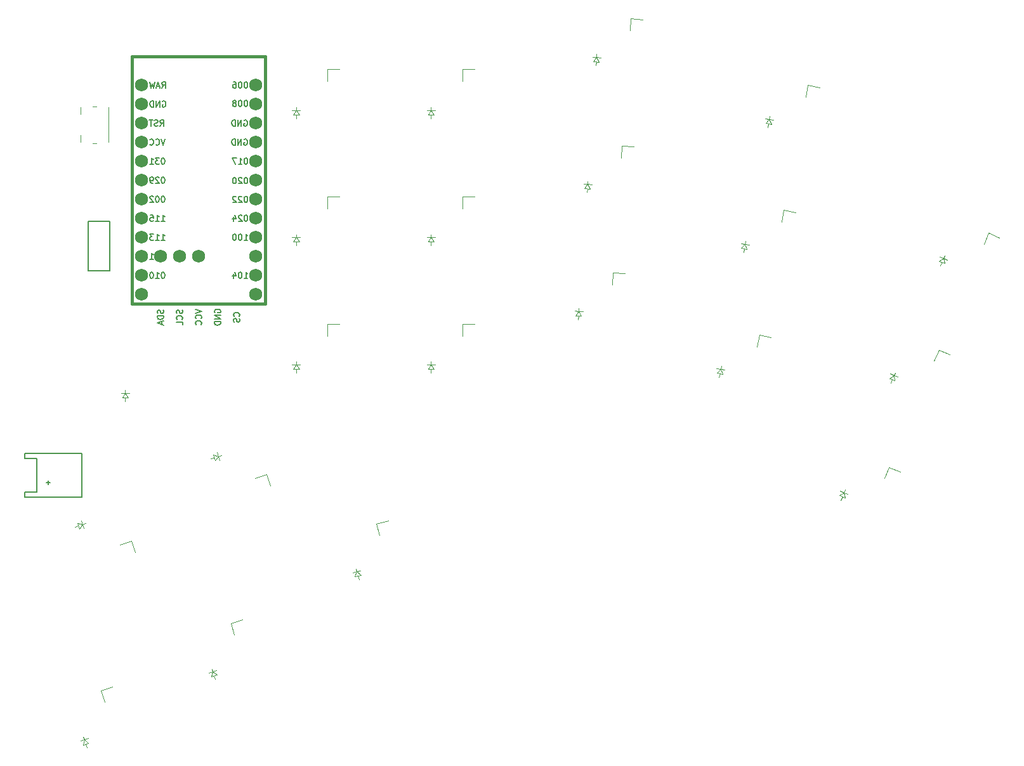
<source format=gbr>
%TF.GenerationSoftware,KiCad,Pcbnew,9.0.5*%
%TF.CreationDate,2025-11-08T17:14:02+10:00*%
%TF.ProjectId,badWingsRight,62616457-696e-4677-9352-696768742e6b,v1.0.0*%
%TF.SameCoordinates,Original*%
%TF.FileFunction,Legend,Bot*%
%TF.FilePolarity,Positive*%
%FSLAX46Y46*%
G04 Gerber Fmt 4.6, Leading zero omitted, Abs format (unit mm)*
G04 Created by KiCad (PCBNEW 9.0.5) date 2025-11-08 17:14:02*
%MOMM*%
%LPD*%
G01*
G04 APERTURE LIST*
%ADD10C,0.150000*%
%ADD11C,0.120000*%
%ADD12C,0.100000*%
%ADD13C,0.381000*%
%ADD14C,1.752600*%
G04 APERTURE END LIST*
D10*
X240248065Y-155638191D02*
X240209970Y-155562001D01*
X240209970Y-155562001D02*
X240209970Y-155447715D01*
X240209970Y-155447715D02*
X240248065Y-155333429D01*
X240248065Y-155333429D02*
X240324255Y-155257239D01*
X240324255Y-155257239D02*
X240400446Y-155219144D01*
X240400446Y-155219144D02*
X240552827Y-155181048D01*
X240552827Y-155181048D02*
X240667113Y-155181048D01*
X240667113Y-155181048D02*
X240819494Y-155219144D01*
X240819494Y-155219144D02*
X240895684Y-155257239D01*
X240895684Y-155257239D02*
X240971875Y-155333429D01*
X240971875Y-155333429D02*
X241009970Y-155447715D01*
X241009970Y-155447715D02*
X241009970Y-155523906D01*
X241009970Y-155523906D02*
X240971875Y-155638191D01*
X240971875Y-155638191D02*
X240933779Y-155676287D01*
X240933779Y-155676287D02*
X240667113Y-155676287D01*
X240667113Y-155676287D02*
X240667113Y-155523906D01*
X241009970Y-156019144D02*
X240209970Y-156019144D01*
X240209970Y-156019144D02*
X241009970Y-156476287D01*
X241009970Y-156476287D02*
X240209970Y-156476287D01*
X241009970Y-156857239D02*
X240209970Y-156857239D01*
X240209970Y-156857239D02*
X240209970Y-157047715D01*
X240209970Y-157047715D02*
X240248065Y-157162001D01*
X240248065Y-157162001D02*
X240324255Y-157238191D01*
X240324255Y-157238191D02*
X240400446Y-157276286D01*
X240400446Y-157276286D02*
X240552827Y-157314382D01*
X240552827Y-157314382D02*
X240667113Y-157314382D01*
X240667113Y-157314382D02*
X240819494Y-157276286D01*
X240819494Y-157276286D02*
X240895684Y-157238191D01*
X240895684Y-157238191D02*
X240971875Y-157162001D01*
X240971875Y-157162001D02*
X241009970Y-157047715D01*
X241009970Y-157047715D02*
X241009970Y-156857239D01*
X243473779Y-156114382D02*
X243511875Y-156076286D01*
X243511875Y-156076286D02*
X243549970Y-155962001D01*
X243549970Y-155962001D02*
X243549970Y-155885810D01*
X243549970Y-155885810D02*
X243511875Y-155771524D01*
X243511875Y-155771524D02*
X243435684Y-155695334D01*
X243435684Y-155695334D02*
X243359494Y-155657239D01*
X243359494Y-155657239D02*
X243207113Y-155619143D01*
X243207113Y-155619143D02*
X243092827Y-155619143D01*
X243092827Y-155619143D02*
X242940446Y-155657239D01*
X242940446Y-155657239D02*
X242864255Y-155695334D01*
X242864255Y-155695334D02*
X242788065Y-155771524D01*
X242788065Y-155771524D02*
X242749970Y-155885810D01*
X242749970Y-155885810D02*
X242749970Y-155962001D01*
X242749970Y-155962001D02*
X242788065Y-156076286D01*
X242788065Y-156076286D02*
X242826160Y-156114382D01*
X243511875Y-156419143D02*
X243549970Y-156533429D01*
X243549970Y-156533429D02*
X243549970Y-156723905D01*
X243549970Y-156723905D02*
X243511875Y-156800096D01*
X243511875Y-156800096D02*
X243473779Y-156838191D01*
X243473779Y-156838191D02*
X243397589Y-156876286D01*
X243397589Y-156876286D02*
X243321398Y-156876286D01*
X243321398Y-156876286D02*
X243245208Y-156838191D01*
X243245208Y-156838191D02*
X243207113Y-156800096D01*
X243207113Y-156800096D02*
X243169017Y-156723905D01*
X243169017Y-156723905D02*
X243130922Y-156571524D01*
X243130922Y-156571524D02*
X243092827Y-156495334D01*
X243092827Y-156495334D02*
X243054732Y-156457239D01*
X243054732Y-156457239D02*
X242978541Y-156419143D01*
X242978541Y-156419143D02*
X242902351Y-156419143D01*
X242902351Y-156419143D02*
X242826160Y-156457239D01*
X242826160Y-156457239D02*
X242788065Y-156495334D01*
X242788065Y-156495334D02*
X242749970Y-156571524D01*
X242749970Y-156571524D02*
X242749970Y-156762001D01*
X242749970Y-156762001D02*
X242788065Y-156876286D01*
X237669970Y-155181048D02*
X238469970Y-155447715D01*
X238469970Y-155447715D02*
X237669970Y-155714381D01*
X238393779Y-156438191D02*
X238431875Y-156400095D01*
X238431875Y-156400095D02*
X238469970Y-156285810D01*
X238469970Y-156285810D02*
X238469970Y-156209619D01*
X238469970Y-156209619D02*
X238431875Y-156095333D01*
X238431875Y-156095333D02*
X238355684Y-156019143D01*
X238355684Y-156019143D02*
X238279494Y-155981048D01*
X238279494Y-155981048D02*
X238127113Y-155942952D01*
X238127113Y-155942952D02*
X238012827Y-155942952D01*
X238012827Y-155942952D02*
X237860446Y-155981048D01*
X237860446Y-155981048D02*
X237784255Y-156019143D01*
X237784255Y-156019143D02*
X237708065Y-156095333D01*
X237708065Y-156095333D02*
X237669970Y-156209619D01*
X237669970Y-156209619D02*
X237669970Y-156285810D01*
X237669970Y-156285810D02*
X237708065Y-156400095D01*
X237708065Y-156400095D02*
X237746160Y-156438191D01*
X238393779Y-157238191D02*
X238431875Y-157200095D01*
X238431875Y-157200095D02*
X238469970Y-157085810D01*
X238469970Y-157085810D02*
X238469970Y-157009619D01*
X238469970Y-157009619D02*
X238431875Y-156895333D01*
X238431875Y-156895333D02*
X238355684Y-156819143D01*
X238355684Y-156819143D02*
X238279494Y-156781048D01*
X238279494Y-156781048D02*
X238127113Y-156742952D01*
X238127113Y-156742952D02*
X238012827Y-156742952D01*
X238012827Y-156742952D02*
X237860446Y-156781048D01*
X237860446Y-156781048D02*
X237784255Y-156819143D01*
X237784255Y-156819143D02*
X237708065Y-156895333D01*
X237708065Y-156895333D02*
X237669970Y-157009619D01*
X237669970Y-157009619D02*
X237669970Y-157085810D01*
X237669970Y-157085810D02*
X237708065Y-157200095D01*
X237708065Y-157200095D02*
X237746160Y-157238191D01*
X233351872Y-155276286D02*
X233389967Y-155390572D01*
X233389967Y-155390572D02*
X233389967Y-155581048D01*
X233389967Y-155581048D02*
X233351872Y-155657239D01*
X233351872Y-155657239D02*
X233313776Y-155695334D01*
X233313776Y-155695334D02*
X233237586Y-155733429D01*
X233237586Y-155733429D02*
X233161395Y-155733429D01*
X233161395Y-155733429D02*
X233085205Y-155695334D01*
X233085205Y-155695334D02*
X233047110Y-155657239D01*
X233047110Y-155657239D02*
X233009014Y-155581048D01*
X233009014Y-155581048D02*
X232970919Y-155428667D01*
X232970919Y-155428667D02*
X232932824Y-155352477D01*
X232932824Y-155352477D02*
X232894729Y-155314382D01*
X232894729Y-155314382D02*
X232818538Y-155276286D01*
X232818538Y-155276286D02*
X232742348Y-155276286D01*
X232742348Y-155276286D02*
X232666157Y-155314382D01*
X232666157Y-155314382D02*
X232628062Y-155352477D01*
X232628062Y-155352477D02*
X232589967Y-155428667D01*
X232589967Y-155428667D02*
X232589967Y-155619144D01*
X232589967Y-155619144D02*
X232628062Y-155733429D01*
X233389967Y-156076287D02*
X232589967Y-156076287D01*
X232589967Y-156076287D02*
X232589967Y-156266763D01*
X232589967Y-156266763D02*
X232628062Y-156381049D01*
X232628062Y-156381049D02*
X232704252Y-156457239D01*
X232704252Y-156457239D02*
X232780443Y-156495334D01*
X232780443Y-156495334D02*
X232932824Y-156533430D01*
X232932824Y-156533430D02*
X233047110Y-156533430D01*
X233047110Y-156533430D02*
X233199491Y-156495334D01*
X233199491Y-156495334D02*
X233275681Y-156457239D01*
X233275681Y-156457239D02*
X233351872Y-156381049D01*
X233351872Y-156381049D02*
X233389967Y-156266763D01*
X233389967Y-156266763D02*
X233389967Y-156076287D01*
X233161395Y-156838191D02*
X233161395Y-157219144D01*
X233389967Y-156762001D02*
X232589967Y-157028668D01*
X232589967Y-157028668D02*
X233389967Y-157295334D01*
X235891875Y-155295333D02*
X235929970Y-155409619D01*
X235929970Y-155409619D02*
X235929970Y-155600095D01*
X235929970Y-155600095D02*
X235891875Y-155676286D01*
X235891875Y-155676286D02*
X235853779Y-155714381D01*
X235853779Y-155714381D02*
X235777589Y-155752476D01*
X235777589Y-155752476D02*
X235701398Y-155752476D01*
X235701398Y-155752476D02*
X235625208Y-155714381D01*
X235625208Y-155714381D02*
X235587113Y-155676286D01*
X235587113Y-155676286D02*
X235549017Y-155600095D01*
X235549017Y-155600095D02*
X235510922Y-155447714D01*
X235510922Y-155447714D02*
X235472827Y-155371524D01*
X235472827Y-155371524D02*
X235434732Y-155333429D01*
X235434732Y-155333429D02*
X235358541Y-155295333D01*
X235358541Y-155295333D02*
X235282351Y-155295333D01*
X235282351Y-155295333D02*
X235206160Y-155333429D01*
X235206160Y-155333429D02*
X235168065Y-155371524D01*
X235168065Y-155371524D02*
X235129970Y-155447714D01*
X235129970Y-155447714D02*
X235129970Y-155638191D01*
X235129970Y-155638191D02*
X235168065Y-155752476D01*
X235853779Y-156552477D02*
X235891875Y-156514381D01*
X235891875Y-156514381D02*
X235929970Y-156400096D01*
X235929970Y-156400096D02*
X235929970Y-156323905D01*
X235929970Y-156323905D02*
X235891875Y-156209619D01*
X235891875Y-156209619D02*
X235815684Y-156133429D01*
X235815684Y-156133429D02*
X235739494Y-156095334D01*
X235739494Y-156095334D02*
X235587113Y-156057238D01*
X235587113Y-156057238D02*
X235472827Y-156057238D01*
X235472827Y-156057238D02*
X235320446Y-156095334D01*
X235320446Y-156095334D02*
X235244255Y-156133429D01*
X235244255Y-156133429D02*
X235168065Y-156209619D01*
X235168065Y-156209619D02*
X235129970Y-156323905D01*
X235129970Y-156323905D02*
X235129970Y-156400096D01*
X235129970Y-156400096D02*
X235168065Y-156514381D01*
X235168065Y-156514381D02*
X235206160Y-156552477D01*
X235929970Y-157276286D02*
X235929970Y-156895334D01*
X235929970Y-156895334D02*
X235129970Y-156895334D01*
X244444864Y-124840010D02*
X244368674Y-124840010D01*
X244368674Y-124840010D02*
X244292483Y-124878105D01*
X244292483Y-124878105D02*
X244254388Y-124916200D01*
X244254388Y-124916200D02*
X244216293Y-124992391D01*
X244216293Y-124992391D02*
X244178198Y-125144772D01*
X244178198Y-125144772D02*
X244178198Y-125335248D01*
X244178198Y-125335248D02*
X244216293Y-125487629D01*
X244216293Y-125487629D02*
X244254388Y-125563819D01*
X244254388Y-125563819D02*
X244292483Y-125601915D01*
X244292483Y-125601915D02*
X244368674Y-125640010D01*
X244368674Y-125640010D02*
X244444864Y-125640010D01*
X244444864Y-125640010D02*
X244521055Y-125601915D01*
X244521055Y-125601915D02*
X244559150Y-125563819D01*
X244559150Y-125563819D02*
X244597245Y-125487629D01*
X244597245Y-125487629D02*
X244635341Y-125335248D01*
X244635341Y-125335248D02*
X244635341Y-125144772D01*
X244635341Y-125144772D02*
X244597245Y-124992391D01*
X244597245Y-124992391D02*
X244559150Y-124916200D01*
X244559150Y-124916200D02*
X244521055Y-124878105D01*
X244521055Y-124878105D02*
X244444864Y-124840010D01*
X243682959Y-124840010D02*
X243606769Y-124840010D01*
X243606769Y-124840010D02*
X243530578Y-124878105D01*
X243530578Y-124878105D02*
X243492483Y-124916200D01*
X243492483Y-124916200D02*
X243454388Y-124992391D01*
X243454388Y-124992391D02*
X243416293Y-125144772D01*
X243416293Y-125144772D02*
X243416293Y-125335248D01*
X243416293Y-125335248D02*
X243454388Y-125487629D01*
X243454388Y-125487629D02*
X243492483Y-125563819D01*
X243492483Y-125563819D02*
X243530578Y-125601915D01*
X243530578Y-125601915D02*
X243606769Y-125640010D01*
X243606769Y-125640010D02*
X243682959Y-125640010D01*
X243682959Y-125640010D02*
X243759150Y-125601915D01*
X243759150Y-125601915D02*
X243797245Y-125563819D01*
X243797245Y-125563819D02*
X243835340Y-125487629D01*
X243835340Y-125487629D02*
X243873436Y-125335248D01*
X243873436Y-125335248D02*
X243873436Y-125144772D01*
X243873436Y-125144772D02*
X243835340Y-124992391D01*
X243835340Y-124992391D02*
X243797245Y-124916200D01*
X243797245Y-124916200D02*
X243759150Y-124878105D01*
X243759150Y-124878105D02*
X243682959Y-124840010D01*
X242730578Y-124840010D02*
X242882959Y-124840010D01*
X242882959Y-124840010D02*
X242959150Y-124878105D01*
X242959150Y-124878105D02*
X242997245Y-124916200D01*
X242997245Y-124916200D02*
X243073435Y-125030486D01*
X243073435Y-125030486D02*
X243111531Y-125182867D01*
X243111531Y-125182867D02*
X243111531Y-125487629D01*
X243111531Y-125487629D02*
X243073435Y-125563819D01*
X243073435Y-125563819D02*
X243035340Y-125601915D01*
X243035340Y-125601915D02*
X242959150Y-125640010D01*
X242959150Y-125640010D02*
X242806769Y-125640010D01*
X242806769Y-125640010D02*
X242730578Y-125601915D01*
X242730578Y-125601915D02*
X242692483Y-125563819D01*
X242692483Y-125563819D02*
X242654388Y-125487629D01*
X242654388Y-125487629D02*
X242654388Y-125297153D01*
X242654388Y-125297153D02*
X242692483Y-125220962D01*
X242692483Y-125220962D02*
X242730578Y-125182867D01*
X242730578Y-125182867D02*
X242806769Y-125144772D01*
X242806769Y-125144772D02*
X242959150Y-125144772D01*
X242959150Y-125144772D02*
X243035340Y-125182867D01*
X243035340Y-125182867D02*
X243073435Y-125220962D01*
X243073435Y-125220962D02*
X243111531Y-125297153D01*
X233370488Y-135000010D02*
X233294298Y-135000010D01*
X233294298Y-135000010D02*
X233218107Y-135038105D01*
X233218107Y-135038105D02*
X233180012Y-135076200D01*
X233180012Y-135076200D02*
X233141917Y-135152391D01*
X233141917Y-135152391D02*
X233103822Y-135304772D01*
X233103822Y-135304772D02*
X233103822Y-135495248D01*
X233103822Y-135495248D02*
X233141917Y-135647629D01*
X233141917Y-135647629D02*
X233180012Y-135723819D01*
X233180012Y-135723819D02*
X233218107Y-135761915D01*
X233218107Y-135761915D02*
X233294298Y-135800010D01*
X233294298Y-135800010D02*
X233370488Y-135800010D01*
X233370488Y-135800010D02*
X233446679Y-135761915D01*
X233446679Y-135761915D02*
X233484774Y-135723819D01*
X233484774Y-135723819D02*
X233522869Y-135647629D01*
X233522869Y-135647629D02*
X233560965Y-135495248D01*
X233560965Y-135495248D02*
X233560965Y-135304772D01*
X233560965Y-135304772D02*
X233522869Y-135152391D01*
X233522869Y-135152391D02*
X233484774Y-135076200D01*
X233484774Y-135076200D02*
X233446679Y-135038105D01*
X233446679Y-135038105D02*
X233370488Y-135000010D01*
X232837155Y-135000010D02*
X232341917Y-135000010D01*
X232341917Y-135000010D02*
X232608583Y-135304772D01*
X232608583Y-135304772D02*
X232494298Y-135304772D01*
X232494298Y-135304772D02*
X232418107Y-135342867D01*
X232418107Y-135342867D02*
X232380012Y-135380962D01*
X232380012Y-135380962D02*
X232341917Y-135457153D01*
X232341917Y-135457153D02*
X232341917Y-135647629D01*
X232341917Y-135647629D02*
X232380012Y-135723819D01*
X232380012Y-135723819D02*
X232418107Y-135761915D01*
X232418107Y-135761915D02*
X232494298Y-135800010D01*
X232494298Y-135800010D02*
X232722869Y-135800010D01*
X232722869Y-135800010D02*
X232799060Y-135761915D01*
X232799060Y-135761915D02*
X232837155Y-135723819D01*
X231580012Y-135800010D02*
X232037155Y-135800010D01*
X231808583Y-135800010D02*
X231808583Y-135000010D01*
X231808583Y-135000010D02*
X231884774Y-135114295D01*
X231884774Y-135114295D02*
X231960964Y-135190486D01*
X231960964Y-135190486D02*
X232037155Y-135228581D01*
X244444864Y-135010008D02*
X244368674Y-135010008D01*
X244368674Y-135010008D02*
X244292483Y-135048103D01*
X244292483Y-135048103D02*
X244254388Y-135086198D01*
X244254388Y-135086198D02*
X244216293Y-135162389D01*
X244216293Y-135162389D02*
X244178198Y-135314770D01*
X244178198Y-135314770D02*
X244178198Y-135505246D01*
X244178198Y-135505246D02*
X244216293Y-135657627D01*
X244216293Y-135657627D02*
X244254388Y-135733817D01*
X244254388Y-135733817D02*
X244292483Y-135771913D01*
X244292483Y-135771913D02*
X244368674Y-135810008D01*
X244368674Y-135810008D02*
X244444864Y-135810008D01*
X244444864Y-135810008D02*
X244521055Y-135771913D01*
X244521055Y-135771913D02*
X244559150Y-135733817D01*
X244559150Y-135733817D02*
X244597245Y-135657627D01*
X244597245Y-135657627D02*
X244635341Y-135505246D01*
X244635341Y-135505246D02*
X244635341Y-135314770D01*
X244635341Y-135314770D02*
X244597245Y-135162389D01*
X244597245Y-135162389D02*
X244559150Y-135086198D01*
X244559150Y-135086198D02*
X244521055Y-135048103D01*
X244521055Y-135048103D02*
X244444864Y-135010008D01*
X243416293Y-135810008D02*
X243873436Y-135810008D01*
X243644864Y-135810008D02*
X243644864Y-135010008D01*
X243644864Y-135010008D02*
X243721055Y-135124293D01*
X243721055Y-135124293D02*
X243797245Y-135200484D01*
X243797245Y-135200484D02*
X243873436Y-135238579D01*
X243149626Y-135010008D02*
X242616292Y-135010008D01*
X242616292Y-135010008D02*
X242959150Y-135810008D01*
X233103817Y-148500008D02*
X233560960Y-148500008D01*
X233332388Y-148500008D02*
X233332388Y-147700008D01*
X233332388Y-147700008D02*
X233408579Y-147814293D01*
X233408579Y-147814293D02*
X233484769Y-147890484D01*
X233484769Y-147890484D02*
X233560960Y-147928579D01*
X232341912Y-148500008D02*
X232799055Y-148500008D01*
X232570483Y-148500008D02*
X232570483Y-147700008D01*
X232570483Y-147700008D02*
X232646674Y-147814293D01*
X232646674Y-147814293D02*
X232722864Y-147890484D01*
X232722864Y-147890484D02*
X232799055Y-147928579D01*
X231580007Y-148500008D02*
X232037150Y-148500008D01*
X231808578Y-148500008D02*
X231808578Y-147700008D01*
X231808578Y-147700008D02*
X231884769Y-147814293D01*
X231884769Y-147814293D02*
X231960959Y-147890484D01*
X231960959Y-147890484D02*
X232037150Y-147928579D01*
X244178202Y-129958109D02*
X244254392Y-129920014D01*
X244254392Y-129920014D02*
X244368678Y-129920014D01*
X244368678Y-129920014D02*
X244482964Y-129958109D01*
X244482964Y-129958109D02*
X244559154Y-130034299D01*
X244559154Y-130034299D02*
X244597249Y-130110490D01*
X244597249Y-130110490D02*
X244635345Y-130262871D01*
X244635345Y-130262871D02*
X244635345Y-130377157D01*
X244635345Y-130377157D02*
X244597249Y-130529538D01*
X244597249Y-130529538D02*
X244559154Y-130605728D01*
X244559154Y-130605728D02*
X244482964Y-130681919D01*
X244482964Y-130681919D02*
X244368678Y-130720014D01*
X244368678Y-130720014D02*
X244292487Y-130720014D01*
X244292487Y-130720014D02*
X244178202Y-130681919D01*
X244178202Y-130681919D02*
X244140106Y-130643823D01*
X244140106Y-130643823D02*
X244140106Y-130377157D01*
X244140106Y-130377157D02*
X244292487Y-130377157D01*
X243797249Y-130720014D02*
X243797249Y-129920014D01*
X243797249Y-129920014D02*
X243340106Y-130720014D01*
X243340106Y-130720014D02*
X243340106Y-129920014D01*
X242959154Y-130720014D02*
X242959154Y-129920014D01*
X242959154Y-129920014D02*
X242768678Y-129920014D01*
X242768678Y-129920014D02*
X242654392Y-129958109D01*
X242654392Y-129958109D02*
X242578202Y-130034299D01*
X242578202Y-130034299D02*
X242540107Y-130110490D01*
X242540107Y-130110490D02*
X242502011Y-130262871D01*
X242502011Y-130262871D02*
X242502011Y-130377157D01*
X242502011Y-130377157D02*
X242540107Y-130529538D01*
X242540107Y-130529538D02*
X242578202Y-130605728D01*
X242578202Y-130605728D02*
X242654392Y-130681919D01*
X242654392Y-130681919D02*
X242768678Y-130720014D01*
X242768678Y-130720014D02*
X242959154Y-130720014D01*
X233186340Y-125640008D02*
X233453007Y-125259055D01*
X233643483Y-125640008D02*
X233643483Y-124840008D01*
X233643483Y-124840008D02*
X233338721Y-124840008D01*
X233338721Y-124840008D02*
X233262531Y-124878103D01*
X233262531Y-124878103D02*
X233224436Y-124916198D01*
X233224436Y-124916198D02*
X233186340Y-124992389D01*
X233186340Y-124992389D02*
X233186340Y-125106674D01*
X233186340Y-125106674D02*
X233224436Y-125182865D01*
X233224436Y-125182865D02*
X233262531Y-125220960D01*
X233262531Y-125220960D02*
X233338721Y-125259055D01*
X233338721Y-125259055D02*
X233643483Y-125259055D01*
X232881579Y-125411436D02*
X232500626Y-125411436D01*
X232957769Y-125640008D02*
X232691102Y-124840008D01*
X232691102Y-124840008D02*
X232424436Y-125640008D01*
X232233960Y-124840008D02*
X232043484Y-125640008D01*
X232043484Y-125640008D02*
X231891103Y-125068579D01*
X231891103Y-125068579D02*
X231738722Y-125640008D01*
X231738722Y-125640008D02*
X231548246Y-124840008D01*
X244178198Y-132498103D02*
X244254388Y-132460008D01*
X244254388Y-132460008D02*
X244368674Y-132460008D01*
X244368674Y-132460008D02*
X244482960Y-132498103D01*
X244482960Y-132498103D02*
X244559150Y-132574293D01*
X244559150Y-132574293D02*
X244597245Y-132650484D01*
X244597245Y-132650484D02*
X244635341Y-132802865D01*
X244635341Y-132802865D02*
X244635341Y-132917151D01*
X244635341Y-132917151D02*
X244597245Y-133069532D01*
X244597245Y-133069532D02*
X244559150Y-133145722D01*
X244559150Y-133145722D02*
X244482960Y-133221913D01*
X244482960Y-133221913D02*
X244368674Y-133260008D01*
X244368674Y-133260008D02*
X244292483Y-133260008D01*
X244292483Y-133260008D02*
X244178198Y-133221913D01*
X244178198Y-133221913D02*
X244140102Y-133183817D01*
X244140102Y-133183817D02*
X244140102Y-132917151D01*
X244140102Y-132917151D02*
X244292483Y-132917151D01*
X243797245Y-133260008D02*
X243797245Y-132460008D01*
X243797245Y-132460008D02*
X243340102Y-133260008D01*
X243340102Y-133260008D02*
X243340102Y-132460008D01*
X242959150Y-133260008D02*
X242959150Y-132460008D01*
X242959150Y-132460008D02*
X242768674Y-132460008D01*
X242768674Y-132460008D02*
X242654388Y-132498103D01*
X242654388Y-132498103D02*
X242578198Y-132574293D01*
X242578198Y-132574293D02*
X242540103Y-132650484D01*
X242540103Y-132650484D02*
X242502007Y-132802865D01*
X242502007Y-132802865D02*
X242502007Y-132917151D01*
X242502007Y-132917151D02*
X242540103Y-133069532D01*
X242540103Y-133069532D02*
X242578198Y-133145722D01*
X242578198Y-133145722D02*
X242654388Y-133221913D01*
X242654388Y-133221913D02*
X242768674Y-133260008D01*
X242768674Y-133260008D02*
X242959150Y-133260008D01*
X233103809Y-145960008D02*
X233560952Y-145960008D01*
X233332380Y-145960008D02*
X233332380Y-145160008D01*
X233332380Y-145160008D02*
X233408571Y-145274293D01*
X233408571Y-145274293D02*
X233484761Y-145350484D01*
X233484761Y-145350484D02*
X233560952Y-145388579D01*
X232341904Y-145960008D02*
X232799047Y-145960008D01*
X232570475Y-145960008D02*
X232570475Y-145160008D01*
X232570475Y-145160008D02*
X232646666Y-145274293D01*
X232646666Y-145274293D02*
X232722856Y-145350484D01*
X232722856Y-145350484D02*
X232799047Y-145388579D01*
X232075237Y-145160008D02*
X231579999Y-145160008D01*
X231579999Y-145160008D02*
X231846665Y-145464770D01*
X231846665Y-145464770D02*
X231732380Y-145464770D01*
X231732380Y-145464770D02*
X231656189Y-145502865D01*
X231656189Y-145502865D02*
X231618094Y-145540960D01*
X231618094Y-145540960D02*
X231579999Y-145617151D01*
X231579999Y-145617151D02*
X231579999Y-145807627D01*
X231579999Y-145807627D02*
X231618094Y-145883817D01*
X231618094Y-145883817D02*
X231656189Y-145921913D01*
X231656189Y-145921913D02*
X231732380Y-145960008D01*
X231732380Y-145960008D02*
X231960951Y-145960008D01*
X231960951Y-145960008D02*
X232037142Y-145921913D01*
X232037142Y-145921913D02*
X232075237Y-145883817D01*
X244444866Y-137610009D02*
X244368676Y-137610009D01*
X244368676Y-137610009D02*
X244292485Y-137648104D01*
X244292485Y-137648104D02*
X244254390Y-137686199D01*
X244254390Y-137686199D02*
X244216295Y-137762390D01*
X244216295Y-137762390D02*
X244178200Y-137914771D01*
X244178200Y-137914771D02*
X244178200Y-138105247D01*
X244178200Y-138105247D02*
X244216295Y-138257628D01*
X244216295Y-138257628D02*
X244254390Y-138333818D01*
X244254390Y-138333818D02*
X244292485Y-138371914D01*
X244292485Y-138371914D02*
X244368676Y-138410009D01*
X244368676Y-138410009D02*
X244444866Y-138410009D01*
X244444866Y-138410009D02*
X244521057Y-138371914D01*
X244521057Y-138371914D02*
X244559152Y-138333818D01*
X244559152Y-138333818D02*
X244597247Y-138257628D01*
X244597247Y-138257628D02*
X244635343Y-138105247D01*
X244635343Y-138105247D02*
X244635343Y-137914771D01*
X244635343Y-137914771D02*
X244597247Y-137762390D01*
X244597247Y-137762390D02*
X244559152Y-137686199D01*
X244559152Y-137686199D02*
X244521057Y-137648104D01*
X244521057Y-137648104D02*
X244444866Y-137610009D01*
X243873438Y-137686199D02*
X243835342Y-137648104D01*
X243835342Y-137648104D02*
X243759152Y-137610009D01*
X243759152Y-137610009D02*
X243568676Y-137610009D01*
X243568676Y-137610009D02*
X243492485Y-137648104D01*
X243492485Y-137648104D02*
X243454390Y-137686199D01*
X243454390Y-137686199D02*
X243416295Y-137762390D01*
X243416295Y-137762390D02*
X243416295Y-137838580D01*
X243416295Y-137838580D02*
X243454390Y-137952866D01*
X243454390Y-137952866D02*
X243911533Y-138410009D01*
X243911533Y-138410009D02*
X243416295Y-138410009D01*
X242921056Y-137610009D02*
X242844866Y-137610009D01*
X242844866Y-137610009D02*
X242768675Y-137648104D01*
X242768675Y-137648104D02*
X242730580Y-137686199D01*
X242730580Y-137686199D02*
X242692485Y-137762390D01*
X242692485Y-137762390D02*
X242654390Y-137914771D01*
X242654390Y-137914771D02*
X242654390Y-138105247D01*
X242654390Y-138105247D02*
X242692485Y-138257628D01*
X242692485Y-138257628D02*
X242730580Y-138333818D01*
X242730580Y-138333818D02*
X242768675Y-138371914D01*
X242768675Y-138371914D02*
X242844866Y-138410009D01*
X242844866Y-138410009D02*
X242921056Y-138410009D01*
X242921056Y-138410009D02*
X242997247Y-138371914D01*
X242997247Y-138371914D02*
X243035342Y-138333818D01*
X243035342Y-138333818D02*
X243073437Y-138257628D01*
X243073437Y-138257628D02*
X243111533Y-138105247D01*
X243111533Y-138105247D02*
X243111533Y-137914771D01*
X243111533Y-137914771D02*
X243073437Y-137762390D01*
X243073437Y-137762390D02*
X243035342Y-137686199D01*
X243035342Y-137686199D02*
X242997247Y-137648104D01*
X242997247Y-137648104D02*
X242921056Y-137610009D01*
X232957769Y-130720006D02*
X233224436Y-130339053D01*
X233414912Y-130720006D02*
X233414912Y-129920006D01*
X233414912Y-129920006D02*
X233110150Y-129920006D01*
X233110150Y-129920006D02*
X233033960Y-129958101D01*
X233033960Y-129958101D02*
X232995865Y-129996196D01*
X232995865Y-129996196D02*
X232957769Y-130072387D01*
X232957769Y-130072387D02*
X232957769Y-130186672D01*
X232957769Y-130186672D02*
X232995865Y-130262863D01*
X232995865Y-130262863D02*
X233033960Y-130300958D01*
X233033960Y-130300958D02*
X233110150Y-130339053D01*
X233110150Y-130339053D02*
X233414912Y-130339053D01*
X232653008Y-130681911D02*
X232538722Y-130720006D01*
X232538722Y-130720006D02*
X232348246Y-130720006D01*
X232348246Y-130720006D02*
X232272055Y-130681911D01*
X232272055Y-130681911D02*
X232233960Y-130643815D01*
X232233960Y-130643815D02*
X232195865Y-130567625D01*
X232195865Y-130567625D02*
X232195865Y-130491434D01*
X232195865Y-130491434D02*
X232233960Y-130415244D01*
X232233960Y-130415244D02*
X232272055Y-130377149D01*
X232272055Y-130377149D02*
X232348246Y-130339053D01*
X232348246Y-130339053D02*
X232500627Y-130300958D01*
X232500627Y-130300958D02*
X232576817Y-130262863D01*
X232576817Y-130262863D02*
X232614912Y-130224768D01*
X232614912Y-130224768D02*
X232653008Y-130148577D01*
X232653008Y-130148577D02*
X232653008Y-130072387D01*
X232653008Y-130072387D02*
X232614912Y-129996196D01*
X232614912Y-129996196D02*
X232576817Y-129958101D01*
X232576817Y-129958101D02*
X232500627Y-129920006D01*
X232500627Y-129920006D02*
X232310150Y-129920006D01*
X232310150Y-129920006D02*
X232195865Y-129958101D01*
X231967293Y-129920006D02*
X231510150Y-129920006D01*
X231738722Y-130720006D02*
X231738722Y-129920006D01*
X244178205Y-145960006D02*
X244635348Y-145960006D01*
X244406776Y-145960006D02*
X244406776Y-145160006D01*
X244406776Y-145160006D02*
X244482967Y-145274291D01*
X244482967Y-145274291D02*
X244559157Y-145350482D01*
X244559157Y-145350482D02*
X244635348Y-145388577D01*
X243682966Y-145160006D02*
X243606776Y-145160006D01*
X243606776Y-145160006D02*
X243530585Y-145198101D01*
X243530585Y-145198101D02*
X243492490Y-145236196D01*
X243492490Y-145236196D02*
X243454395Y-145312387D01*
X243454395Y-145312387D02*
X243416300Y-145464768D01*
X243416300Y-145464768D02*
X243416300Y-145655244D01*
X243416300Y-145655244D02*
X243454395Y-145807625D01*
X243454395Y-145807625D02*
X243492490Y-145883815D01*
X243492490Y-145883815D02*
X243530585Y-145921911D01*
X243530585Y-145921911D02*
X243606776Y-145960006D01*
X243606776Y-145960006D02*
X243682966Y-145960006D01*
X243682966Y-145960006D02*
X243759157Y-145921911D01*
X243759157Y-145921911D02*
X243797252Y-145883815D01*
X243797252Y-145883815D02*
X243835347Y-145807625D01*
X243835347Y-145807625D02*
X243873443Y-145655244D01*
X243873443Y-145655244D02*
X243873443Y-145464768D01*
X243873443Y-145464768D02*
X243835347Y-145312387D01*
X243835347Y-145312387D02*
X243797252Y-145236196D01*
X243797252Y-145236196D02*
X243759157Y-145198101D01*
X243759157Y-145198101D02*
X243682966Y-145160006D01*
X242921061Y-145160006D02*
X242844871Y-145160006D01*
X242844871Y-145160006D02*
X242768680Y-145198101D01*
X242768680Y-145198101D02*
X242730585Y-145236196D01*
X242730585Y-145236196D02*
X242692490Y-145312387D01*
X242692490Y-145312387D02*
X242654395Y-145464768D01*
X242654395Y-145464768D02*
X242654395Y-145655244D01*
X242654395Y-145655244D02*
X242692490Y-145807625D01*
X242692490Y-145807625D02*
X242730585Y-145883815D01*
X242730585Y-145883815D02*
X242768680Y-145921911D01*
X242768680Y-145921911D02*
X242844871Y-145960006D01*
X242844871Y-145960006D02*
X242921061Y-145960006D01*
X242921061Y-145960006D02*
X242997252Y-145921911D01*
X242997252Y-145921911D02*
X243035347Y-145883815D01*
X243035347Y-145883815D02*
X243073442Y-145807625D01*
X243073442Y-145807625D02*
X243111538Y-145655244D01*
X243111538Y-145655244D02*
X243111538Y-145464768D01*
X243111538Y-145464768D02*
X243073442Y-145312387D01*
X243073442Y-145312387D02*
X243035347Y-145236196D01*
X243035347Y-145236196D02*
X242997252Y-145198101D01*
X242997252Y-145198101D02*
X242921061Y-145160006D01*
X233637140Y-132460007D02*
X233370473Y-133260007D01*
X233370473Y-133260007D02*
X233103807Y-132460007D01*
X232379997Y-133183816D02*
X232418093Y-133221912D01*
X232418093Y-133221912D02*
X232532378Y-133260007D01*
X232532378Y-133260007D02*
X232608569Y-133260007D01*
X232608569Y-133260007D02*
X232722855Y-133221912D01*
X232722855Y-133221912D02*
X232799045Y-133145721D01*
X232799045Y-133145721D02*
X232837140Y-133069531D01*
X232837140Y-133069531D02*
X232875236Y-132917150D01*
X232875236Y-132917150D02*
X232875236Y-132802864D01*
X232875236Y-132802864D02*
X232837140Y-132650483D01*
X232837140Y-132650483D02*
X232799045Y-132574292D01*
X232799045Y-132574292D02*
X232722855Y-132498102D01*
X232722855Y-132498102D02*
X232608569Y-132460007D01*
X232608569Y-132460007D02*
X232532378Y-132460007D01*
X232532378Y-132460007D02*
X232418093Y-132498102D01*
X232418093Y-132498102D02*
X232379997Y-132536197D01*
X231579997Y-133183816D02*
X231618093Y-133221912D01*
X231618093Y-133221912D02*
X231732378Y-133260007D01*
X231732378Y-133260007D02*
X231808569Y-133260007D01*
X231808569Y-133260007D02*
X231922855Y-133221912D01*
X231922855Y-133221912D02*
X231999045Y-133145721D01*
X231999045Y-133145721D02*
X232037140Y-133069531D01*
X232037140Y-133069531D02*
X232075236Y-132917150D01*
X232075236Y-132917150D02*
X232075236Y-132802864D01*
X232075236Y-132802864D02*
X232037140Y-132650483D01*
X232037140Y-132650483D02*
X231999045Y-132574292D01*
X231999045Y-132574292D02*
X231922855Y-132498102D01*
X231922855Y-132498102D02*
X231808569Y-132460007D01*
X231808569Y-132460007D02*
X231732378Y-132460007D01*
X231732378Y-132460007D02*
X231618093Y-132498102D01*
X231618093Y-132498102D02*
X231579997Y-132536197D01*
X244178198Y-151040008D02*
X244635341Y-151040008D01*
X244406769Y-151040008D02*
X244406769Y-150240008D01*
X244406769Y-150240008D02*
X244482960Y-150354293D01*
X244482960Y-150354293D02*
X244559150Y-150430484D01*
X244559150Y-150430484D02*
X244635341Y-150468579D01*
X243682959Y-150240008D02*
X243606769Y-150240008D01*
X243606769Y-150240008D02*
X243530578Y-150278103D01*
X243530578Y-150278103D02*
X243492483Y-150316198D01*
X243492483Y-150316198D02*
X243454388Y-150392389D01*
X243454388Y-150392389D02*
X243416293Y-150544770D01*
X243416293Y-150544770D02*
X243416293Y-150735246D01*
X243416293Y-150735246D02*
X243454388Y-150887627D01*
X243454388Y-150887627D02*
X243492483Y-150963817D01*
X243492483Y-150963817D02*
X243530578Y-151001913D01*
X243530578Y-151001913D02*
X243606769Y-151040008D01*
X243606769Y-151040008D02*
X243682959Y-151040008D01*
X243682959Y-151040008D02*
X243759150Y-151001913D01*
X243759150Y-151001913D02*
X243797245Y-150963817D01*
X243797245Y-150963817D02*
X243835340Y-150887627D01*
X243835340Y-150887627D02*
X243873436Y-150735246D01*
X243873436Y-150735246D02*
X243873436Y-150544770D01*
X243873436Y-150544770D02*
X243835340Y-150392389D01*
X243835340Y-150392389D02*
X243797245Y-150316198D01*
X243797245Y-150316198D02*
X243759150Y-150278103D01*
X243759150Y-150278103D02*
X243682959Y-150240008D01*
X242730578Y-150506674D02*
X242730578Y-151040008D01*
X242921054Y-150201913D02*
X243111531Y-150773341D01*
X243111531Y-150773341D02*
X242616292Y-150773341D01*
X233370483Y-137540008D02*
X233294293Y-137540008D01*
X233294293Y-137540008D02*
X233218102Y-137578103D01*
X233218102Y-137578103D02*
X233180007Y-137616198D01*
X233180007Y-137616198D02*
X233141912Y-137692389D01*
X233141912Y-137692389D02*
X233103817Y-137844770D01*
X233103817Y-137844770D02*
X233103817Y-138035246D01*
X233103817Y-138035246D02*
X233141912Y-138187627D01*
X233141912Y-138187627D02*
X233180007Y-138263817D01*
X233180007Y-138263817D02*
X233218102Y-138301913D01*
X233218102Y-138301913D02*
X233294293Y-138340008D01*
X233294293Y-138340008D02*
X233370483Y-138340008D01*
X233370483Y-138340008D02*
X233446674Y-138301913D01*
X233446674Y-138301913D02*
X233484769Y-138263817D01*
X233484769Y-138263817D02*
X233522864Y-138187627D01*
X233522864Y-138187627D02*
X233560960Y-138035246D01*
X233560960Y-138035246D02*
X233560960Y-137844770D01*
X233560960Y-137844770D02*
X233522864Y-137692389D01*
X233522864Y-137692389D02*
X233484769Y-137616198D01*
X233484769Y-137616198D02*
X233446674Y-137578103D01*
X233446674Y-137578103D02*
X233370483Y-137540008D01*
X232799055Y-137616198D02*
X232760959Y-137578103D01*
X232760959Y-137578103D02*
X232684769Y-137540008D01*
X232684769Y-137540008D02*
X232494293Y-137540008D01*
X232494293Y-137540008D02*
X232418102Y-137578103D01*
X232418102Y-137578103D02*
X232380007Y-137616198D01*
X232380007Y-137616198D02*
X232341912Y-137692389D01*
X232341912Y-137692389D02*
X232341912Y-137768579D01*
X232341912Y-137768579D02*
X232380007Y-137882865D01*
X232380007Y-137882865D02*
X232837150Y-138340008D01*
X232837150Y-138340008D02*
X232341912Y-138340008D01*
X231960959Y-138340008D02*
X231808578Y-138340008D01*
X231808578Y-138340008D02*
X231732388Y-138301913D01*
X231732388Y-138301913D02*
X231694292Y-138263817D01*
X231694292Y-138263817D02*
X231618102Y-138149532D01*
X231618102Y-138149532D02*
X231580007Y-137997151D01*
X231580007Y-137997151D02*
X231580007Y-137692389D01*
X231580007Y-137692389D02*
X231618102Y-137616198D01*
X231618102Y-137616198D02*
X231656197Y-137578103D01*
X231656197Y-137578103D02*
X231732388Y-137540008D01*
X231732388Y-137540008D02*
X231884769Y-137540008D01*
X231884769Y-137540008D02*
X231960959Y-137578103D01*
X231960959Y-137578103D02*
X231999054Y-137616198D01*
X231999054Y-137616198D02*
X232037150Y-137692389D01*
X232037150Y-137692389D02*
X232037150Y-137882865D01*
X232037150Y-137882865D02*
X231999054Y-137959055D01*
X231999054Y-137959055D02*
X231960959Y-137997151D01*
X231960959Y-137997151D02*
X231884769Y-138035246D01*
X231884769Y-138035246D02*
X231732388Y-138035246D01*
X231732388Y-138035246D02*
X231656197Y-137997151D01*
X231656197Y-137997151D02*
X231618102Y-137959055D01*
X231618102Y-137959055D02*
X231580007Y-137882865D01*
X233262531Y-127418103D02*
X233338721Y-127380008D01*
X233338721Y-127380008D02*
X233453007Y-127380008D01*
X233453007Y-127380008D02*
X233567293Y-127418103D01*
X233567293Y-127418103D02*
X233643483Y-127494293D01*
X233643483Y-127494293D02*
X233681578Y-127570484D01*
X233681578Y-127570484D02*
X233719674Y-127722865D01*
X233719674Y-127722865D02*
X233719674Y-127837151D01*
X233719674Y-127837151D02*
X233681578Y-127989532D01*
X233681578Y-127989532D02*
X233643483Y-128065722D01*
X233643483Y-128065722D02*
X233567293Y-128141913D01*
X233567293Y-128141913D02*
X233453007Y-128180008D01*
X233453007Y-128180008D02*
X233376816Y-128180008D01*
X233376816Y-128180008D02*
X233262531Y-128141913D01*
X233262531Y-128141913D02*
X233224435Y-128103817D01*
X233224435Y-128103817D02*
X233224435Y-127837151D01*
X233224435Y-127837151D02*
X233376816Y-127837151D01*
X232881578Y-128180008D02*
X232881578Y-127380008D01*
X232881578Y-127380008D02*
X232424435Y-128180008D01*
X232424435Y-128180008D02*
X232424435Y-127380008D01*
X232043483Y-128180008D02*
X232043483Y-127380008D01*
X232043483Y-127380008D02*
X231853007Y-127380008D01*
X231853007Y-127380008D02*
X231738721Y-127418103D01*
X231738721Y-127418103D02*
X231662531Y-127494293D01*
X231662531Y-127494293D02*
X231624436Y-127570484D01*
X231624436Y-127570484D02*
X231586340Y-127722865D01*
X231586340Y-127722865D02*
X231586340Y-127837151D01*
X231586340Y-127837151D02*
X231624436Y-127989532D01*
X231624436Y-127989532D02*
X231662531Y-128065722D01*
X231662531Y-128065722D02*
X231738721Y-128141913D01*
X231738721Y-128141913D02*
X231853007Y-128180008D01*
X231853007Y-128180008D02*
X232043483Y-128180008D01*
X233370483Y-140080009D02*
X233294293Y-140080009D01*
X233294293Y-140080009D02*
X233218102Y-140118104D01*
X233218102Y-140118104D02*
X233180007Y-140156199D01*
X233180007Y-140156199D02*
X233141912Y-140232390D01*
X233141912Y-140232390D02*
X233103817Y-140384771D01*
X233103817Y-140384771D02*
X233103817Y-140575247D01*
X233103817Y-140575247D02*
X233141912Y-140727628D01*
X233141912Y-140727628D02*
X233180007Y-140803818D01*
X233180007Y-140803818D02*
X233218102Y-140841914D01*
X233218102Y-140841914D02*
X233294293Y-140880009D01*
X233294293Y-140880009D02*
X233370483Y-140880009D01*
X233370483Y-140880009D02*
X233446674Y-140841914D01*
X233446674Y-140841914D02*
X233484769Y-140803818D01*
X233484769Y-140803818D02*
X233522864Y-140727628D01*
X233522864Y-140727628D02*
X233560960Y-140575247D01*
X233560960Y-140575247D02*
X233560960Y-140384771D01*
X233560960Y-140384771D02*
X233522864Y-140232390D01*
X233522864Y-140232390D02*
X233484769Y-140156199D01*
X233484769Y-140156199D02*
X233446674Y-140118104D01*
X233446674Y-140118104D02*
X233370483Y-140080009D01*
X232608578Y-140080009D02*
X232532388Y-140080009D01*
X232532388Y-140080009D02*
X232456197Y-140118104D01*
X232456197Y-140118104D02*
X232418102Y-140156199D01*
X232418102Y-140156199D02*
X232380007Y-140232390D01*
X232380007Y-140232390D02*
X232341912Y-140384771D01*
X232341912Y-140384771D02*
X232341912Y-140575247D01*
X232341912Y-140575247D02*
X232380007Y-140727628D01*
X232380007Y-140727628D02*
X232418102Y-140803818D01*
X232418102Y-140803818D02*
X232456197Y-140841914D01*
X232456197Y-140841914D02*
X232532388Y-140880009D01*
X232532388Y-140880009D02*
X232608578Y-140880009D01*
X232608578Y-140880009D02*
X232684769Y-140841914D01*
X232684769Y-140841914D02*
X232722864Y-140803818D01*
X232722864Y-140803818D02*
X232760959Y-140727628D01*
X232760959Y-140727628D02*
X232799055Y-140575247D01*
X232799055Y-140575247D02*
X232799055Y-140384771D01*
X232799055Y-140384771D02*
X232760959Y-140232390D01*
X232760959Y-140232390D02*
X232722864Y-140156199D01*
X232722864Y-140156199D02*
X232684769Y-140118104D01*
X232684769Y-140118104D02*
X232608578Y-140080009D01*
X232037150Y-140156199D02*
X231999054Y-140118104D01*
X231999054Y-140118104D02*
X231922864Y-140080009D01*
X231922864Y-140080009D02*
X231732388Y-140080009D01*
X231732388Y-140080009D02*
X231656197Y-140118104D01*
X231656197Y-140118104D02*
X231618102Y-140156199D01*
X231618102Y-140156199D02*
X231580007Y-140232390D01*
X231580007Y-140232390D02*
X231580007Y-140308580D01*
X231580007Y-140308580D02*
X231618102Y-140422866D01*
X231618102Y-140422866D02*
X232075245Y-140880009D01*
X232075245Y-140880009D02*
X231580007Y-140880009D01*
X233103823Y-143420012D02*
X233560966Y-143420012D01*
X233332394Y-143420012D02*
X233332394Y-142620012D01*
X233332394Y-142620012D02*
X233408585Y-142734297D01*
X233408585Y-142734297D02*
X233484775Y-142810488D01*
X233484775Y-142810488D02*
X233560966Y-142848583D01*
X232341918Y-143420012D02*
X232799061Y-143420012D01*
X232570489Y-143420012D02*
X232570489Y-142620012D01*
X232570489Y-142620012D02*
X232646680Y-142734297D01*
X232646680Y-142734297D02*
X232722870Y-142810488D01*
X232722870Y-142810488D02*
X232799061Y-142848583D01*
X231618108Y-142620012D02*
X231999060Y-142620012D01*
X231999060Y-142620012D02*
X232037156Y-143000964D01*
X232037156Y-143000964D02*
X231999060Y-142962869D01*
X231999060Y-142962869D02*
X231922870Y-142924774D01*
X231922870Y-142924774D02*
X231732394Y-142924774D01*
X231732394Y-142924774D02*
X231656203Y-142962869D01*
X231656203Y-142962869D02*
X231618108Y-143000964D01*
X231618108Y-143000964D02*
X231580013Y-143077155D01*
X231580013Y-143077155D02*
X231580013Y-143267631D01*
X231580013Y-143267631D02*
X231618108Y-143343821D01*
X231618108Y-143343821D02*
X231656203Y-143381917D01*
X231656203Y-143381917D02*
X231732394Y-143420012D01*
X231732394Y-143420012D02*
X231922870Y-143420012D01*
X231922870Y-143420012D02*
X231999060Y-143381917D01*
X231999060Y-143381917D02*
X232037156Y-143343821D01*
X244444866Y-127310011D02*
X244368676Y-127310011D01*
X244368676Y-127310011D02*
X244292485Y-127348106D01*
X244292485Y-127348106D02*
X244254390Y-127386201D01*
X244254390Y-127386201D02*
X244216295Y-127462392D01*
X244216295Y-127462392D02*
X244178200Y-127614773D01*
X244178200Y-127614773D02*
X244178200Y-127805249D01*
X244178200Y-127805249D02*
X244216295Y-127957630D01*
X244216295Y-127957630D02*
X244254390Y-128033820D01*
X244254390Y-128033820D02*
X244292485Y-128071916D01*
X244292485Y-128071916D02*
X244368676Y-128110011D01*
X244368676Y-128110011D02*
X244444866Y-128110011D01*
X244444866Y-128110011D02*
X244521057Y-128071916D01*
X244521057Y-128071916D02*
X244559152Y-128033820D01*
X244559152Y-128033820D02*
X244597247Y-127957630D01*
X244597247Y-127957630D02*
X244635343Y-127805249D01*
X244635343Y-127805249D02*
X244635343Y-127614773D01*
X244635343Y-127614773D02*
X244597247Y-127462392D01*
X244597247Y-127462392D02*
X244559152Y-127386201D01*
X244559152Y-127386201D02*
X244521057Y-127348106D01*
X244521057Y-127348106D02*
X244444866Y-127310011D01*
X243682961Y-127310011D02*
X243606771Y-127310011D01*
X243606771Y-127310011D02*
X243530580Y-127348106D01*
X243530580Y-127348106D02*
X243492485Y-127386201D01*
X243492485Y-127386201D02*
X243454390Y-127462392D01*
X243454390Y-127462392D02*
X243416295Y-127614773D01*
X243416295Y-127614773D02*
X243416295Y-127805249D01*
X243416295Y-127805249D02*
X243454390Y-127957630D01*
X243454390Y-127957630D02*
X243492485Y-128033820D01*
X243492485Y-128033820D02*
X243530580Y-128071916D01*
X243530580Y-128071916D02*
X243606771Y-128110011D01*
X243606771Y-128110011D02*
X243682961Y-128110011D01*
X243682961Y-128110011D02*
X243759152Y-128071916D01*
X243759152Y-128071916D02*
X243797247Y-128033820D01*
X243797247Y-128033820D02*
X243835342Y-127957630D01*
X243835342Y-127957630D02*
X243873438Y-127805249D01*
X243873438Y-127805249D02*
X243873438Y-127614773D01*
X243873438Y-127614773D02*
X243835342Y-127462392D01*
X243835342Y-127462392D02*
X243797247Y-127386201D01*
X243797247Y-127386201D02*
X243759152Y-127348106D01*
X243759152Y-127348106D02*
X243682961Y-127310011D01*
X242959152Y-127652868D02*
X243035342Y-127614773D01*
X243035342Y-127614773D02*
X243073437Y-127576677D01*
X243073437Y-127576677D02*
X243111533Y-127500487D01*
X243111533Y-127500487D02*
X243111533Y-127462392D01*
X243111533Y-127462392D02*
X243073437Y-127386201D01*
X243073437Y-127386201D02*
X243035342Y-127348106D01*
X243035342Y-127348106D02*
X242959152Y-127310011D01*
X242959152Y-127310011D02*
X242806771Y-127310011D01*
X242806771Y-127310011D02*
X242730580Y-127348106D01*
X242730580Y-127348106D02*
X242692485Y-127386201D01*
X242692485Y-127386201D02*
X242654390Y-127462392D01*
X242654390Y-127462392D02*
X242654390Y-127500487D01*
X242654390Y-127500487D02*
X242692485Y-127576677D01*
X242692485Y-127576677D02*
X242730580Y-127614773D01*
X242730580Y-127614773D02*
X242806771Y-127652868D01*
X242806771Y-127652868D02*
X242959152Y-127652868D01*
X242959152Y-127652868D02*
X243035342Y-127690963D01*
X243035342Y-127690963D02*
X243073437Y-127729058D01*
X243073437Y-127729058D02*
X243111533Y-127805249D01*
X243111533Y-127805249D02*
X243111533Y-127957630D01*
X243111533Y-127957630D02*
X243073437Y-128033820D01*
X243073437Y-128033820D02*
X243035342Y-128071916D01*
X243035342Y-128071916D02*
X242959152Y-128110011D01*
X242959152Y-128110011D02*
X242806771Y-128110011D01*
X242806771Y-128110011D02*
X242730580Y-128071916D01*
X242730580Y-128071916D02*
X242692485Y-128033820D01*
X242692485Y-128033820D02*
X242654390Y-127957630D01*
X242654390Y-127957630D02*
X242654390Y-127805249D01*
X242654390Y-127805249D02*
X242692485Y-127729058D01*
X242692485Y-127729058D02*
X242730580Y-127690963D01*
X242730580Y-127690963D02*
X242806771Y-127652868D01*
X244444860Y-140110008D02*
X244368670Y-140110008D01*
X244368670Y-140110008D02*
X244292479Y-140148103D01*
X244292479Y-140148103D02*
X244254384Y-140186198D01*
X244254384Y-140186198D02*
X244216289Y-140262389D01*
X244216289Y-140262389D02*
X244178194Y-140414770D01*
X244178194Y-140414770D02*
X244178194Y-140605246D01*
X244178194Y-140605246D02*
X244216289Y-140757627D01*
X244216289Y-140757627D02*
X244254384Y-140833817D01*
X244254384Y-140833817D02*
X244292479Y-140871913D01*
X244292479Y-140871913D02*
X244368670Y-140910008D01*
X244368670Y-140910008D02*
X244444860Y-140910008D01*
X244444860Y-140910008D02*
X244521051Y-140871913D01*
X244521051Y-140871913D02*
X244559146Y-140833817D01*
X244559146Y-140833817D02*
X244597241Y-140757627D01*
X244597241Y-140757627D02*
X244635337Y-140605246D01*
X244635337Y-140605246D02*
X244635337Y-140414770D01*
X244635337Y-140414770D02*
X244597241Y-140262389D01*
X244597241Y-140262389D02*
X244559146Y-140186198D01*
X244559146Y-140186198D02*
X244521051Y-140148103D01*
X244521051Y-140148103D02*
X244444860Y-140110008D01*
X243873432Y-140186198D02*
X243835336Y-140148103D01*
X243835336Y-140148103D02*
X243759146Y-140110008D01*
X243759146Y-140110008D02*
X243568670Y-140110008D01*
X243568670Y-140110008D02*
X243492479Y-140148103D01*
X243492479Y-140148103D02*
X243454384Y-140186198D01*
X243454384Y-140186198D02*
X243416289Y-140262389D01*
X243416289Y-140262389D02*
X243416289Y-140338579D01*
X243416289Y-140338579D02*
X243454384Y-140452865D01*
X243454384Y-140452865D02*
X243911527Y-140910008D01*
X243911527Y-140910008D02*
X243416289Y-140910008D01*
X243111527Y-140186198D02*
X243073431Y-140148103D01*
X243073431Y-140148103D02*
X242997241Y-140110008D01*
X242997241Y-140110008D02*
X242806765Y-140110008D01*
X242806765Y-140110008D02*
X242730574Y-140148103D01*
X242730574Y-140148103D02*
X242692479Y-140186198D01*
X242692479Y-140186198D02*
X242654384Y-140262389D01*
X242654384Y-140262389D02*
X242654384Y-140338579D01*
X242654384Y-140338579D02*
X242692479Y-140452865D01*
X242692479Y-140452865D02*
X243149622Y-140910008D01*
X243149622Y-140910008D02*
X242654384Y-140910008D01*
X244444864Y-142620008D02*
X244368674Y-142620008D01*
X244368674Y-142620008D02*
X244292483Y-142658103D01*
X244292483Y-142658103D02*
X244254388Y-142696198D01*
X244254388Y-142696198D02*
X244216293Y-142772389D01*
X244216293Y-142772389D02*
X244178198Y-142924770D01*
X244178198Y-142924770D02*
X244178198Y-143115246D01*
X244178198Y-143115246D02*
X244216293Y-143267627D01*
X244216293Y-143267627D02*
X244254388Y-143343817D01*
X244254388Y-143343817D02*
X244292483Y-143381913D01*
X244292483Y-143381913D02*
X244368674Y-143420008D01*
X244368674Y-143420008D02*
X244444864Y-143420008D01*
X244444864Y-143420008D02*
X244521055Y-143381913D01*
X244521055Y-143381913D02*
X244559150Y-143343817D01*
X244559150Y-143343817D02*
X244597245Y-143267627D01*
X244597245Y-143267627D02*
X244635341Y-143115246D01*
X244635341Y-143115246D02*
X244635341Y-142924770D01*
X244635341Y-142924770D02*
X244597245Y-142772389D01*
X244597245Y-142772389D02*
X244559150Y-142696198D01*
X244559150Y-142696198D02*
X244521055Y-142658103D01*
X244521055Y-142658103D02*
X244444864Y-142620008D01*
X243873436Y-142696198D02*
X243835340Y-142658103D01*
X243835340Y-142658103D02*
X243759150Y-142620008D01*
X243759150Y-142620008D02*
X243568674Y-142620008D01*
X243568674Y-142620008D02*
X243492483Y-142658103D01*
X243492483Y-142658103D02*
X243454388Y-142696198D01*
X243454388Y-142696198D02*
X243416293Y-142772389D01*
X243416293Y-142772389D02*
X243416293Y-142848579D01*
X243416293Y-142848579D02*
X243454388Y-142962865D01*
X243454388Y-142962865D02*
X243911531Y-143420008D01*
X243911531Y-143420008D02*
X243416293Y-143420008D01*
X242730578Y-142886674D02*
X242730578Y-143420008D01*
X242921054Y-142581913D02*
X243111531Y-143153341D01*
X243111531Y-143153341D02*
X242616292Y-143153341D01*
X233370483Y-150240008D02*
X233294293Y-150240008D01*
X233294293Y-150240008D02*
X233218102Y-150278103D01*
X233218102Y-150278103D02*
X233180007Y-150316198D01*
X233180007Y-150316198D02*
X233141912Y-150392389D01*
X233141912Y-150392389D02*
X233103817Y-150544770D01*
X233103817Y-150544770D02*
X233103817Y-150735246D01*
X233103817Y-150735246D02*
X233141912Y-150887627D01*
X233141912Y-150887627D02*
X233180007Y-150963817D01*
X233180007Y-150963817D02*
X233218102Y-151001913D01*
X233218102Y-151001913D02*
X233294293Y-151040008D01*
X233294293Y-151040008D02*
X233370483Y-151040008D01*
X233370483Y-151040008D02*
X233446674Y-151001913D01*
X233446674Y-151001913D02*
X233484769Y-150963817D01*
X233484769Y-150963817D02*
X233522864Y-150887627D01*
X233522864Y-150887627D02*
X233560960Y-150735246D01*
X233560960Y-150735246D02*
X233560960Y-150544770D01*
X233560960Y-150544770D02*
X233522864Y-150392389D01*
X233522864Y-150392389D02*
X233484769Y-150316198D01*
X233484769Y-150316198D02*
X233446674Y-150278103D01*
X233446674Y-150278103D02*
X233370483Y-150240008D01*
X232341912Y-151040008D02*
X232799055Y-151040008D01*
X232570483Y-151040008D02*
X232570483Y-150240008D01*
X232570483Y-150240008D02*
X232646674Y-150354293D01*
X232646674Y-150354293D02*
X232722864Y-150430484D01*
X232722864Y-150430484D02*
X232799055Y-150468579D01*
X231846673Y-150240008D02*
X231770483Y-150240008D01*
X231770483Y-150240008D02*
X231694292Y-150278103D01*
X231694292Y-150278103D02*
X231656197Y-150316198D01*
X231656197Y-150316198D02*
X231618102Y-150392389D01*
X231618102Y-150392389D02*
X231580007Y-150544770D01*
X231580007Y-150544770D02*
X231580007Y-150735246D01*
X231580007Y-150735246D02*
X231618102Y-150887627D01*
X231618102Y-150887627D02*
X231656197Y-150963817D01*
X231656197Y-150963817D02*
X231694292Y-151001913D01*
X231694292Y-151001913D02*
X231770483Y-151040008D01*
X231770483Y-151040008D02*
X231846673Y-151040008D01*
X231846673Y-151040008D02*
X231922864Y-151001913D01*
X231922864Y-151001913D02*
X231960959Y-150963817D01*
X231960959Y-150963817D02*
X231999054Y-150887627D01*
X231999054Y-150887627D02*
X232037150Y-150735246D01*
X232037150Y-150735246D02*
X232037150Y-150544770D01*
X232037150Y-150544770D02*
X231999054Y-150392389D01*
X231999054Y-150392389D02*
X231960959Y-150316198D01*
X231960959Y-150316198D02*
X231922864Y-150278103D01*
X231922864Y-150278103D02*
X231846673Y-150240008D01*
%TO.C,T1*%
X223377682Y-146747712D02*
X223377692Y-143447713D01*
X223377682Y-146747712D02*
X223377693Y-150047713D01*
X223377687Y-144797712D02*
X223377687Y-148697712D01*
X223377693Y-150047713D02*
X226227683Y-150047713D01*
X226227683Y-150047713D02*
X226227686Y-143447709D01*
X226227686Y-143447709D02*
X223377692Y-143447713D01*
D11*
%TO.C,B1*%
X222337665Y-131972692D02*
X222337665Y-132897699D01*
X222337668Y-128197700D02*
X222337666Y-129122700D01*
X224462669Y-128097697D02*
X223912660Y-128097697D01*
X224462670Y-132997701D02*
X223912661Y-132997701D01*
X226037665Y-128197699D02*
X226037662Y-132897698D01*
D10*
%TO.C,JST1*%
X214917673Y-175097703D02*
X216517672Y-175097694D01*
X214917673Y-179597702D02*
X214917684Y-180297700D01*
X214917675Y-174397696D02*
X214917673Y-175097703D01*
X214917684Y-180297700D02*
X222517673Y-180297702D01*
X216517672Y-175097694D02*
X216517672Y-179597708D01*
X216517672Y-179597708D02*
X214917673Y-179597702D01*
X217767673Y-178347702D02*
X218267680Y-178347702D01*
X218017673Y-178597702D02*
X218017673Y-178097702D01*
X222517673Y-174397702D02*
X214917675Y-174397696D01*
X222517673Y-180297702D02*
X222517673Y-174397702D01*
D11*
%TO.C,LED5*%
X315858598Y-143520622D02*
X316163892Y-141950018D01*
X316163892Y-141950018D02*
X317734496Y-142255313D01*
%TO.C,LED19*%
X225019844Y-206134274D02*
X226532675Y-205613364D01*
X225540753Y-207647102D02*
X225019844Y-206134274D01*
D12*
%TO.C,D10*%
X268707664Y-163197698D02*
X269107667Y-162597697D01*
X269107663Y-163197701D02*
X269107664Y-163697698D01*
X269107664Y-162197698D02*
X269107667Y-162597697D01*
X269107667Y-162597697D02*
X268557660Y-162597701D01*
X269107667Y-162597697D02*
X269507664Y-163197698D01*
X269107667Y-162597697D02*
X269657664Y-162597700D01*
X269507664Y-163197698D02*
X268707664Y-163197698D01*
%TO.C,D19*%
X222640125Y-213352282D02*
X222822989Y-212654755D01*
X222692762Y-212276542D02*
X222822989Y-212654755D01*
X222822989Y-212654755D02*
X222302953Y-212833815D01*
X222822989Y-212654755D02*
X223343025Y-212475689D01*
X222822989Y-212654755D02*
X223396537Y-213091832D01*
X223018330Y-213222061D02*
X223181114Y-213694820D01*
X223396537Y-213091832D02*
X222640125Y-213352282D01*
D11*
%TO.C,LED2*%
X336236999Y-162119298D02*
X336862168Y-160646491D01*
X336862168Y-160646491D02*
X338334979Y-161271666D01*
D12*
%TO.C,D21*%
X227907682Y-166997714D02*
X228307685Y-166397713D01*
X228307681Y-166997717D02*
X228307682Y-167497714D01*
X228307682Y-165997714D02*
X228307685Y-166397713D01*
X228307685Y-166397713D02*
X227757678Y-166397717D01*
X228307685Y-166397713D02*
X228707682Y-166997714D01*
X228307685Y-166397713D02*
X228857682Y-166397716D01*
X228707682Y-166997714D02*
X227907682Y-166997714D01*
D11*
%TO.C,LED16*%
X261828930Y-183856092D02*
X263374412Y-183441984D01*
X262243041Y-185401575D02*
X261828930Y-183856092D01*
D12*
%TO.C,D16*%
X258951538Y-190890531D02*
X259182615Y-190207463D01*
X259079090Y-189821079D02*
X259182615Y-190207463D01*
X259182615Y-190207463D02*
X258651353Y-190349801D01*
X259182615Y-190207463D02*
X259713880Y-190065103D01*
X259182615Y-190207463D02*
X259724275Y-190683472D01*
X259337908Y-190787016D02*
X259467318Y-191269967D01*
X259724275Y-190683472D02*
X258951538Y-190890531D01*
D11*
%TO.C,LED7*%
X293264581Y-151909370D02*
X293376191Y-150313268D01*
X293376191Y-150313268D02*
X294972293Y-150424878D01*
%TO.C,LED10*%
X273307660Y-157147711D02*
X274907660Y-157147712D01*
X273307660Y-158747712D02*
X273307660Y-157147711D01*
D12*
%TO.C,D3*%
X336906370Y-148769580D02*
X337509009Y-148373575D01*
X337274570Y-148925873D02*
X337079205Y-149386126D01*
X337509009Y-148373575D02*
X337002731Y-148158674D01*
X337509009Y-148373575D02*
X337642771Y-149082163D01*
X337509009Y-148373575D02*
X338015285Y-148588474D01*
X337642771Y-149082163D02*
X336906370Y-148769580D01*
X337665301Y-148005368D02*
X337509009Y-148373575D01*
D13*
%TO.C,MCU1*%
X229217674Y-154487712D02*
X246997677Y-154487709D01*
X229217675Y-121467713D02*
X229217674Y-154487712D01*
X246997675Y-121467713D02*
X229217675Y-121467713D01*
X246997677Y-154487709D02*
X246997675Y-121467713D01*
D12*
%TO.C,D1*%
X323621507Y-180066754D02*
X324224146Y-179670749D01*
X323989707Y-180223047D02*
X323794342Y-180683300D01*
X324224146Y-179670749D02*
X323717868Y-179455848D01*
X324224146Y-179670749D02*
X324357908Y-180379337D01*
X324224146Y-179670749D02*
X324730422Y-179885648D01*
X324357908Y-180379337D02*
X323621507Y-180066754D01*
X324380438Y-179302542D02*
X324224146Y-179670749D01*
D11*
%TO.C,LED3*%
X342879453Y-146470714D02*
X343504622Y-144997907D01*
X343504622Y-144997907D02*
X344977433Y-145623082D01*
D12*
%TO.C,D12*%
X268707660Y-129197712D02*
X269107663Y-128597711D01*
X269107659Y-129197715D02*
X269107660Y-129697712D01*
X269107660Y-128197712D02*
X269107663Y-128597711D01*
X269107663Y-128597711D02*
X268557656Y-128597715D01*
X269107663Y-128597711D02*
X269507660Y-129197712D01*
X269107663Y-128597711D02*
X269657660Y-128597714D01*
X269507660Y-129197712D02*
X268707660Y-129197712D01*
D11*
%TO.C,LED14*%
X255307682Y-140147696D02*
X256907682Y-140147697D01*
X255307682Y-141747697D02*
X255307682Y-140147696D01*
%TO.C,LED15*%
X255307656Y-123147706D02*
X256907656Y-123147707D01*
X255307656Y-124747707D02*
X255307656Y-123147706D01*
D12*
%TO.C,D6*%
X313737775Y-130323468D02*
X314244903Y-129810826D01*
X314130418Y-130399804D02*
X314035013Y-130890609D01*
X314244903Y-129810826D02*
X313705002Y-129705878D01*
X314244903Y-129810826D02*
X314523063Y-130476113D01*
X314244903Y-129810826D02*
X314784800Y-129915768D01*
X314321227Y-129418169D02*
X314244903Y-129810826D01*
X314523063Y-130476113D02*
X313737775Y-130323468D01*
%TO.C,D5*%
X310494017Y-147011128D02*
X311001145Y-146498486D01*
X310886660Y-147087464D02*
X310791255Y-147578269D01*
X311001145Y-146498486D02*
X310461244Y-146393538D01*
X311001145Y-146498486D02*
X311279305Y-147163773D01*
X311001145Y-146498486D02*
X311541042Y-146603428D01*
X311077469Y-146105829D02*
X311001145Y-146498486D01*
X311279305Y-147163773D02*
X310494017Y-147011128D01*
D11*
%TO.C,LED20*%
X227610392Y-186628175D02*
X229123220Y-186107266D01*
X229123220Y-186107266D02*
X229644130Y-187620097D01*
D12*
%TO.C,D14*%
X250707678Y-146197696D02*
X251107681Y-145597695D01*
X251107677Y-146197699D02*
X251107678Y-146697696D01*
X251107678Y-145197696D02*
X251107681Y-145597695D01*
X251107681Y-145597695D02*
X250557674Y-145597699D01*
X251107681Y-145597695D02*
X251507678Y-146197696D01*
X251107681Y-145597695D02*
X251657678Y-145597698D01*
X251507678Y-146197696D02*
X250707678Y-146197696D01*
%TO.C,D9*%
X290737095Y-122110471D02*
X291177976Y-121539840D01*
X291136121Y-122138374D02*
X291101243Y-122637156D01*
X291177976Y-121539840D02*
X290629315Y-121501473D01*
X291177976Y-121539840D02*
X291535144Y-122166273D01*
X291177976Y-121539840D02*
X291726636Y-121578207D01*
X291205877Y-121140810D02*
X291177976Y-121539840D01*
X291535144Y-122166273D02*
X290737095Y-122110471D01*
D11*
%TO.C,LED12*%
X273307661Y-123147703D02*
X274907661Y-123147704D01*
X273307661Y-124747704D02*
X273307661Y-123147703D01*
D12*
%TO.C,D7*%
X288365358Y-156027645D02*
X288806239Y-155457014D01*
X288764384Y-156055548D02*
X288729506Y-156554330D01*
X288806239Y-155457014D02*
X288257578Y-155418647D01*
X288806239Y-155457014D02*
X289163407Y-156083447D01*
X288806239Y-155457014D02*
X289354899Y-155495381D01*
X288834140Y-155057984D02*
X288806239Y-155457014D01*
X289163407Y-156083447D02*
X288365358Y-156027645D01*
%TO.C,D17*%
X239743500Y-204261006D02*
X239950596Y-203570290D01*
X239833650Y-203187760D02*
X239950596Y-203570290D01*
X239950596Y-203570290D02*
X239424633Y-203731090D01*
X239950596Y-203570290D02*
X240476572Y-203409479D01*
X239950596Y-203570290D02*
X240508540Y-204027112D01*
X240126022Y-204144065D02*
X240272208Y-204622218D01*
X240508540Y-204027112D02*
X239743500Y-204261006D01*
D11*
%TO.C,LED13*%
X255307669Y-157147702D02*
X256907669Y-157147703D01*
X255307669Y-158747703D02*
X255307669Y-157147702D01*
D12*
%TO.C,D4*%
X307250266Y-163698788D02*
X307757394Y-163186146D01*
X307642909Y-163775124D02*
X307547504Y-164265929D01*
X307757394Y-163186146D02*
X307217493Y-163081198D01*
X307757394Y-163186146D02*
X308035554Y-163851433D01*
X307757394Y-163186146D02*
X308297291Y-163291088D01*
X307833718Y-162793489D02*
X307757394Y-163186146D01*
X308035554Y-163851433D02*
X307250266Y-163698788D01*
%TO.C,D20*%
X221905201Y-183727558D02*
X222602728Y-183910422D01*
X222035422Y-184105763D02*
X221562663Y-184268547D01*
X222165651Y-184483970D02*
X221905201Y-183727558D01*
X222602728Y-183910422D02*
X222165651Y-184483970D01*
X222602728Y-183910422D02*
X222423668Y-183390386D01*
X222602728Y-183910422D02*
X222781794Y-184430458D01*
X222980941Y-183780195D02*
X222602728Y-183910422D01*
%TO.C,D11*%
X268707671Y-146197691D02*
X269107674Y-145597690D01*
X269107670Y-146197694D02*
X269107671Y-146697691D01*
X269107671Y-145197691D02*
X269107674Y-145597690D01*
X269107674Y-145597690D02*
X268557667Y-145597694D01*
X269107674Y-145597690D02*
X269507671Y-146197691D01*
X269107674Y-145597690D02*
X269657671Y-145597693D01*
X269507671Y-146197691D02*
X268707671Y-146197691D01*
%TO.C,D2*%
X330263940Y-164418192D02*
X330866579Y-164022187D01*
X330632140Y-164574485D02*
X330436775Y-165034738D01*
X330866579Y-164022187D02*
X330360301Y-163807286D01*
X330866579Y-164022187D02*
X331000341Y-164730775D01*
X330866579Y-164022187D02*
X331372855Y-164237086D01*
X331000341Y-164730775D02*
X330263940Y-164418192D01*
X331022871Y-163653980D02*
X330866579Y-164022187D01*
D11*
%TO.C,LED8*%
X294450438Y-134950784D02*
X294562048Y-133354682D01*
X294562048Y-133354682D02*
X296158150Y-133466292D01*
%TO.C,LED18*%
X245643404Y-177726616D02*
X247173489Y-177258821D01*
X247173489Y-177258821D02*
X247641279Y-178788910D01*
D12*
%TO.C,D8*%
X289551227Y-139069061D02*
X289992108Y-138498430D01*
X289950253Y-139096964D02*
X289915375Y-139595746D01*
X289992108Y-138498430D02*
X289443447Y-138460063D01*
X289992108Y-138498430D02*
X290349276Y-139124863D01*
X289992108Y-138498430D02*
X290540768Y-138536797D01*
X290020009Y-138099400D02*
X289992108Y-138498430D01*
X290349276Y-139124863D02*
X289551227Y-139069061D01*
D11*
%TO.C,LED9*%
X295636289Y-117992199D02*
X295747899Y-116396097D01*
X295747899Y-116396097D02*
X297344001Y-116507707D01*
%TO.C,LED4*%
X312614833Y-160208270D02*
X312920127Y-158637666D01*
X312920127Y-158637666D02*
X314490731Y-158942961D01*
%TO.C,LED11*%
X273307678Y-140147703D02*
X274907678Y-140147704D01*
X273307678Y-141747704D02*
X273307678Y-140147703D01*
%TO.C,LED1*%
X329594581Y-177767871D02*
X330219750Y-176295064D01*
X330219750Y-176295064D02*
X331692561Y-176920239D01*
%TO.C,LED6*%
X319102353Y-126832951D02*
X319407647Y-125262347D01*
X319407647Y-125262347D02*
X320978251Y-125567642D01*
D12*
%TO.C,D15*%
X250707674Y-129197692D02*
X251107677Y-128597691D01*
X251107673Y-129197695D02*
X251107674Y-129697692D01*
X251107674Y-128197692D02*
X251107677Y-128597691D01*
X251107677Y-128597691D02*
X250557670Y-128597695D01*
X251107677Y-128597691D02*
X251507674Y-129197692D01*
X251107677Y-128597691D02*
X251657674Y-128597694D01*
X251507674Y-129197692D02*
X250707674Y-129197692D01*
D11*
%TO.C,LED17*%
X242373644Y-197130447D02*
X243903733Y-196662657D01*
X242841439Y-198660532D02*
X242373644Y-197130447D01*
D12*
%TO.C,D18*%
X240042929Y-174628671D02*
X240733645Y-174835767D01*
X240159870Y-175011193D02*
X239681717Y-175157379D01*
X240276823Y-175393711D02*
X240042929Y-174628671D01*
X240733645Y-174835767D02*
X240276823Y-175393711D01*
X240733645Y-174835767D02*
X240572845Y-174309804D01*
X240733645Y-174835767D02*
X240894456Y-175361743D01*
X241116175Y-174718821D02*
X240733645Y-174835767D01*
%TO.C,D13*%
X250707675Y-163197700D02*
X251107678Y-162597699D01*
X251107674Y-163197703D02*
X251107675Y-163697700D01*
X251107675Y-162197700D02*
X251107678Y-162597699D01*
X251107678Y-162597699D02*
X250557671Y-162597703D01*
X251107678Y-162597699D02*
X251507675Y-163197700D01*
X251107678Y-162597699D02*
X251657675Y-162597702D01*
X251507675Y-163197700D02*
X250707675Y-163197700D01*
%TD*%
D14*
%TO.C,MCU1*%
X245727680Y-125277719D03*
X245727676Y-127817711D03*
X245727674Y-130357710D03*
X245727677Y-132897715D03*
X245727681Y-135437712D03*
X245727674Y-137977712D03*
X245727670Y-140517716D03*
X245727676Y-143057719D03*
X245727670Y-145597714D03*
X245727675Y-148137715D03*
X245727678Y-150677711D03*
X245727673Y-153217710D03*
X230487670Y-153217707D03*
X230487674Y-150677715D03*
X230487676Y-148137716D03*
X230487673Y-145597711D03*
X230487669Y-143057714D03*
X230487676Y-140517714D03*
X230487680Y-137977710D03*
X230487674Y-135437707D03*
X230487680Y-132897712D03*
X230487675Y-130357711D03*
X230487672Y-127817715D03*
X230487677Y-125277716D03*
X233027675Y-148137713D03*
X235567675Y-148137712D03*
X238107675Y-148137713D03*
%TD*%
M02*

</source>
